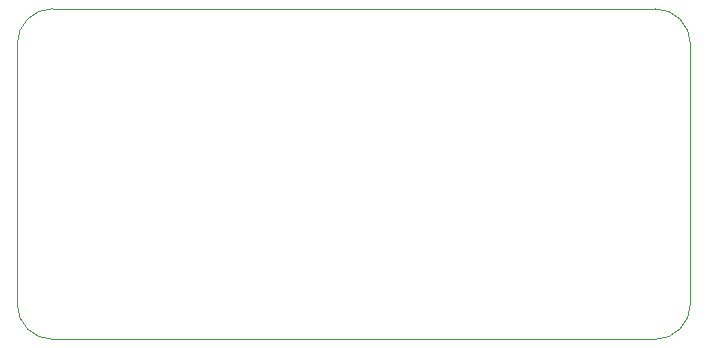
<source format=gbr>
%TF.GenerationSoftware,KiCad,Pcbnew,9.0.4-9.0.4-0~ubuntu22.04.1*%
%TF.CreationDate,2025-11-07T00:10:24-05:00*%
%TF.ProjectId,operator-mk3,6f706572-6174-46f7-922d-6d6b332e6b69,rev?*%
%TF.SameCoordinates,Original*%
%TF.FileFunction,Profile,NP*%
%FSLAX46Y46*%
G04 Gerber Fmt 4.6, Leading zero omitted, Abs format (unit mm)*
G04 Created by KiCad (PCBNEW 9.0.4-9.0.4-0~ubuntu22.04.1) date 2025-11-07 00:10:24*
%MOMM*%
%LPD*%
G01*
G04 APERTURE LIST*
%TA.AperFunction,Profile*%
%ADD10C,0.050000*%
%TD*%
G04 APERTURE END LIST*
D10*
X160000000Y-87000000D02*
X109000000Y-87000000D01*
X109000000Y-115000000D02*
X160000000Y-115000000D01*
X160000000Y-87000000D02*
G75*
G02*
X163000000Y-90000000I0J-3000000D01*
G01*
X106000000Y-90000000D02*
X106000000Y-112000000D01*
X163000000Y-112000000D02*
X163000000Y-90000000D01*
X106000000Y-90000000D02*
G75*
G02*
X109000000Y-87000000I3000000J0D01*
G01*
X109000000Y-115000000D02*
G75*
G02*
X106000000Y-112000000I0J3000000D01*
G01*
X163000000Y-112000000D02*
G75*
G02*
X160000000Y-115000000I-3000000J0D01*
G01*
M02*

</source>
